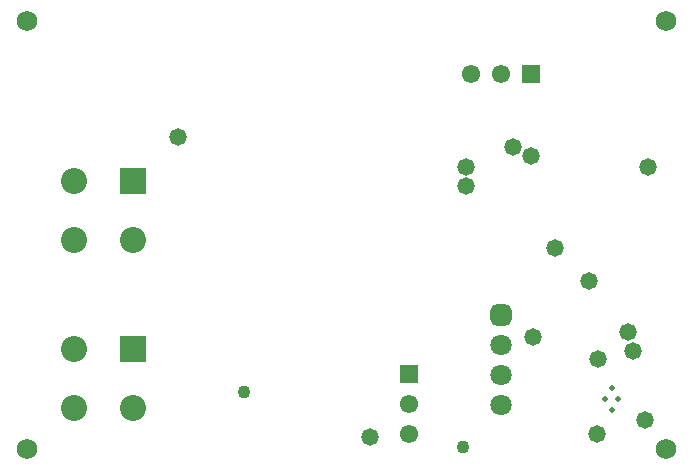
<source format=gbs>
G04*
G04 #@! TF.GenerationSoftware,Altium Limited,Altium Designer,25.2.1 (25)*
G04*
G04 Layer_Color=16711935*
%FSLAX44Y44*%
%MOMM*%
G71*
G04*
G04 #@! TF.SameCoordinates,B8EFBEB0-C926-48BE-8793-122A16FBB591*
G04*
G04*
G04 #@! TF.FilePolarity,Negative*
G04*
G01*
G75*
%ADD41C,1.7272*%
%ADD42C,1.5500*%
%ADD43R,1.5500X1.5500*%
%ADD44C,1.8032*%
G04:AMPARAMS|DCode=45|XSize=1.8032mm|YSize=1.8032mm|CornerRadius=0.5016mm|HoleSize=0mm|Usage=FLASHONLY|Rotation=270.000|XOffset=0mm|YOffset=0mm|HoleType=Round|Shape=RoundedRectangle|*
%AMROUNDEDRECTD45*
21,1,1.8032,0.8000,0,0,270.0*
21,1,0.8000,1.8032,0,0,270.0*
1,1,1.0032,-0.4000,-0.4000*
1,1,1.0032,-0.4000,0.4000*
1,1,1.0032,0.4000,0.4000*
1,1,1.0032,0.4000,-0.4000*
%
%ADD45ROUNDEDRECTD45*%
%ADD46C,2.2098*%
%ADD47R,2.2098X2.2098*%
%ADD48R,1.5500X1.5500*%
%ADD49C,1.4732*%
%ADD50C,1.0922*%
%ADD51C,0.5000*%
D41*
X10160Y372110D02*
D03*
X551180Y10160D02*
D03*
X10160D02*
D03*
X551180Y372110D02*
D03*
D42*
X386080Y327660D02*
D03*
X411480D02*
D03*
X334010Y22860D02*
D03*
Y48260D02*
D03*
D43*
X436880Y327660D02*
D03*
D44*
X411480Y97790D02*
D03*
Y72390D02*
D03*
Y46990D02*
D03*
D45*
Y123190D02*
D03*
D46*
X100330Y186690D02*
D03*
X50330D02*
D03*
Y236690D02*
D03*
X100330Y44450D02*
D03*
X50330D02*
D03*
Y94450D02*
D03*
D47*
X100330Y236690D02*
D03*
Y94450D02*
D03*
D48*
X334010Y73660D02*
D03*
D49*
X300990Y20320D02*
D03*
X457200Y180340D02*
D03*
X486410Y152400D02*
D03*
X519430Y109220D02*
D03*
X535940Y248920D02*
D03*
X492760Y22860D02*
D03*
X494030Y86360D02*
D03*
X523240Y92710D02*
D03*
X533400Y34290D02*
D03*
X138430Y274320D02*
D03*
X438468Y104769D02*
D03*
X436880Y257810D02*
D03*
X421640Y265430D02*
D03*
X382270Y232410D02*
D03*
Y248920D02*
D03*
D50*
X194310Y58420D02*
D03*
X379730Y11430D02*
D03*
D51*
X511210Y52070D02*
D03*
X499710D02*
D03*
X505460Y42570D02*
D03*
Y61570D02*
D03*
M02*

</source>
